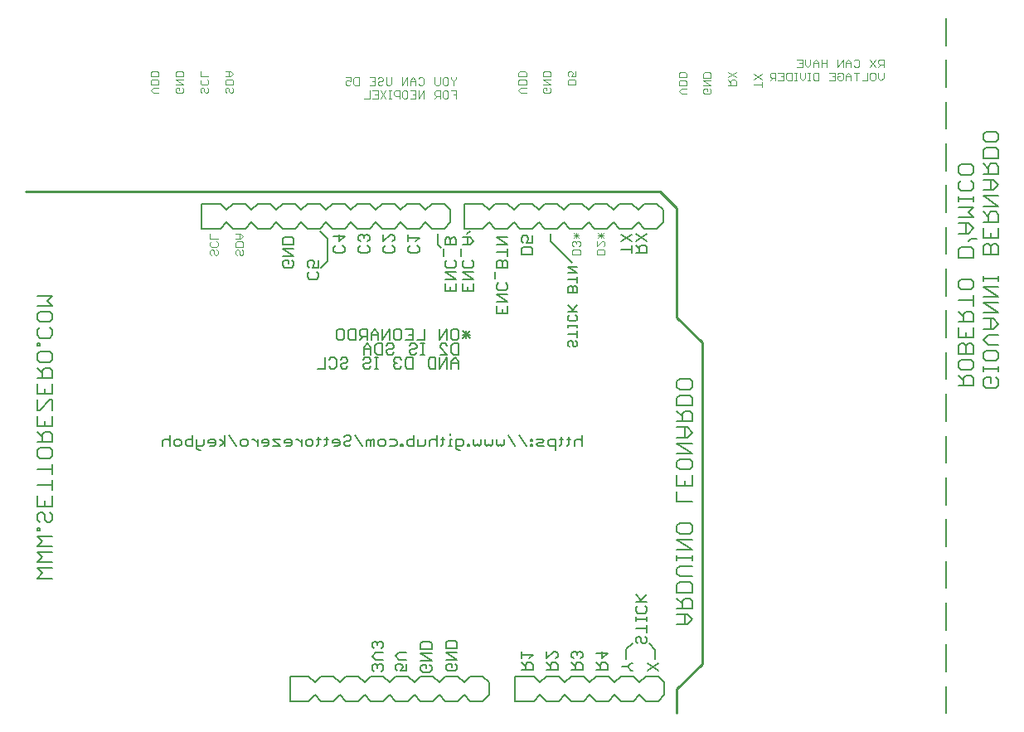
<source format=gbr>
G04 EAGLE Gerber RS-274X export*
G75*
%MOMM*%
%FSLAX34Y34*%
%LPD*%
%INSilkscreen Bottom*%
%IPPOS*%
%AMOC8*
5,1,8,0,0,1.08239X$1,22.5*%
G01*
%ADD10C,0.254000*%
%ADD11C,0.203200*%
%ADD12C,0.152400*%
%ADD13C,0.127000*%
%ADD14C,0.101600*%


D10*
X647750Y533146D02*
X0Y533146D01*
X647750Y533146D02*
X665022Y516022D01*
X665022Y404567D01*
X691054Y379167D01*
X691054Y50235D01*
X665022Y24689D01*
X665022Y0D01*
D11*
X27522Y137848D02*
X11760Y137848D01*
X17014Y143102D01*
X11760Y148356D01*
X27522Y148356D01*
X27522Y154220D02*
X11760Y154220D01*
X17014Y159473D01*
X11760Y164727D01*
X27522Y164727D01*
X27522Y170591D02*
X11760Y170591D01*
X17014Y175845D01*
X11760Y181099D01*
X27522Y181099D01*
X14387Y186963D02*
X11760Y186963D01*
X14387Y186963D02*
X14387Y189590D01*
X11760Y189590D01*
X11760Y186963D01*
X27522Y203029D02*
X24895Y205656D01*
X27522Y203029D02*
X27522Y197775D01*
X24895Y195148D01*
X22268Y195148D01*
X19641Y197775D01*
X19641Y203029D01*
X17014Y205656D01*
X14387Y205656D01*
X11760Y203029D01*
X11760Y197775D01*
X14387Y195148D01*
X27522Y211520D02*
X27522Y222028D01*
X27522Y211520D02*
X11760Y211520D01*
X11760Y222028D01*
X19641Y216774D02*
X19641Y211520D01*
X11760Y233145D02*
X27522Y233145D01*
X27522Y227892D02*
X27522Y238399D01*
X27522Y249517D02*
X11760Y249517D01*
X27522Y244263D02*
X27522Y254771D01*
X27522Y263262D02*
X27522Y268515D01*
X27522Y263262D02*
X24895Y260635D01*
X14387Y260635D01*
X11760Y263262D01*
X11760Y268515D01*
X14387Y271142D01*
X24895Y271142D01*
X27522Y268515D01*
X27522Y277006D02*
X11760Y277006D01*
X27522Y277006D02*
X27522Y284887D01*
X24895Y287514D01*
X19641Y287514D01*
X17014Y284887D01*
X17014Y277006D01*
X17014Y282260D02*
X11760Y287514D01*
X27522Y293378D02*
X27522Y303885D01*
X27522Y293378D02*
X11760Y293378D01*
X11760Y303885D01*
X19641Y298632D02*
X19641Y293378D01*
X27522Y309749D02*
X27522Y320257D01*
X24895Y320257D01*
X14387Y309749D01*
X11760Y309749D01*
X11760Y320257D01*
X27522Y326121D02*
X27522Y336629D01*
X27522Y326121D02*
X11760Y326121D01*
X11760Y336629D01*
X19641Y331375D02*
X19641Y326121D01*
X11760Y342492D02*
X27522Y342492D01*
X27522Y350373D01*
X24895Y353000D01*
X19641Y353000D01*
X17014Y350373D01*
X17014Y342492D01*
X17014Y347746D02*
X11760Y353000D01*
X27522Y361491D02*
X27522Y366745D01*
X27522Y361491D02*
X24895Y358864D01*
X14387Y358864D01*
X11760Y361491D01*
X11760Y366745D01*
X14387Y369372D01*
X24895Y369372D01*
X27522Y366745D01*
X14387Y375236D02*
X11760Y375236D01*
X14387Y375236D02*
X14387Y377863D01*
X11760Y377863D01*
X11760Y375236D01*
X27522Y391302D02*
X24895Y393929D01*
X27522Y391302D02*
X27522Y386048D01*
X24895Y383421D01*
X14387Y383421D01*
X11760Y386048D01*
X11760Y391302D01*
X14387Y393929D01*
X27522Y402420D02*
X27522Y407674D01*
X27522Y402420D02*
X24895Y399793D01*
X14387Y399793D01*
X11760Y402420D01*
X11760Y407674D01*
X14387Y410301D01*
X24895Y410301D01*
X27522Y407674D01*
X27522Y416165D02*
X11760Y416165D01*
X22268Y421418D02*
X27522Y416165D01*
X22268Y421418D02*
X27522Y426672D01*
X11760Y426672D01*
X665124Y90679D02*
X675632Y90679D01*
X680886Y95933D01*
X675632Y101187D01*
X665124Y101187D01*
X673005Y101187D02*
X673005Y90679D01*
X665124Y107050D02*
X680886Y107050D01*
X680886Y114931D01*
X678259Y117558D01*
X673005Y117558D01*
X670378Y114931D01*
X670378Y107050D01*
X670378Y112304D02*
X665124Y117558D01*
X665124Y123422D02*
X680886Y123422D01*
X665124Y123422D02*
X665124Y131303D01*
X667751Y133930D01*
X678259Y133930D01*
X680886Y131303D01*
X680886Y123422D01*
X680886Y139794D02*
X667751Y139794D01*
X665124Y142421D01*
X665124Y147674D01*
X667751Y150301D01*
X680886Y150301D01*
X665124Y156165D02*
X665124Y161419D01*
X665124Y158792D02*
X680886Y158792D01*
X680886Y156165D02*
X680886Y161419D01*
X680886Y167080D02*
X665124Y167080D01*
X665124Y177587D02*
X680886Y167080D01*
X680886Y177587D02*
X665124Y177587D01*
X680886Y186078D02*
X680886Y191332D01*
X680886Y186078D02*
X678259Y183451D01*
X667751Y183451D01*
X665124Y186078D01*
X665124Y191332D01*
X667751Y193959D01*
X678259Y193959D01*
X680886Y191332D01*
X680886Y216194D02*
X665124Y216194D01*
X665124Y226702D01*
X680886Y232566D02*
X680886Y243073D01*
X680886Y232566D02*
X665124Y232566D01*
X665124Y243073D01*
X673005Y237820D02*
X673005Y232566D01*
X680886Y251564D02*
X680886Y256818D01*
X680886Y251564D02*
X678259Y248937D01*
X667751Y248937D01*
X665124Y251564D01*
X665124Y256818D01*
X667751Y259445D01*
X678259Y259445D01*
X680886Y256818D01*
X680886Y265309D02*
X665124Y265309D01*
X665124Y275817D02*
X680886Y265309D01*
X680886Y275817D02*
X665124Y275817D01*
X665124Y281680D02*
X675632Y281680D01*
X680886Y286934D01*
X675632Y292188D01*
X665124Y292188D01*
X673005Y292188D02*
X673005Y281680D01*
X665124Y298052D02*
X680886Y298052D01*
X680886Y305933D01*
X678259Y308560D01*
X673005Y308560D01*
X670378Y305933D01*
X670378Y298052D01*
X670378Y303306D02*
X665124Y308560D01*
X665124Y314424D02*
X680886Y314424D01*
X665124Y314424D02*
X665124Y322304D01*
X667751Y324931D01*
X678259Y324931D01*
X680886Y322304D01*
X680886Y314424D01*
X680886Y333422D02*
X680886Y338676D01*
X680886Y333422D02*
X678259Y330795D01*
X667751Y330795D01*
X665124Y333422D01*
X665124Y338676D01*
X667751Y341303D01*
X678259Y341303D01*
X680886Y338676D01*
D12*
X517916Y44176D02*
X506730Y44176D01*
X517916Y44176D02*
X517916Y49769D01*
X516051Y51633D01*
X512323Y51633D01*
X510459Y49769D01*
X510459Y44176D01*
X510459Y47905D02*
X506730Y51633D01*
X514187Y55870D02*
X517916Y59599D01*
X506730Y59599D01*
X506730Y63327D02*
X506730Y55870D01*
X532130Y44176D02*
X543316Y44176D01*
X543316Y49769D01*
X541451Y51633D01*
X537723Y51633D01*
X535859Y49769D01*
X535859Y44176D01*
X535859Y47905D02*
X532130Y51633D01*
X532130Y55870D02*
X532130Y63327D01*
X532130Y55870D02*
X539587Y63327D01*
X541451Y63327D01*
X543316Y61463D01*
X543316Y57734D01*
X541451Y55870D01*
X557530Y44176D02*
X568716Y44176D01*
X568716Y49769D01*
X566851Y51633D01*
X563123Y51633D01*
X561259Y49769D01*
X561259Y44176D01*
X561259Y47905D02*
X557530Y51633D01*
X566851Y55870D02*
X568716Y57734D01*
X568716Y61463D01*
X566851Y63327D01*
X564987Y63327D01*
X563123Y61463D01*
X563123Y59599D01*
X563123Y61463D02*
X561259Y63327D01*
X559394Y63327D01*
X557530Y61463D01*
X557530Y57734D01*
X559394Y55870D01*
X582930Y44176D02*
X594116Y44176D01*
X594116Y49769D01*
X592251Y51633D01*
X588523Y51633D01*
X586659Y49769D01*
X586659Y44176D01*
X586659Y47905D02*
X582930Y51633D01*
X582930Y61463D02*
X594116Y61463D01*
X588523Y55870D01*
X588523Y63327D01*
X401838Y475727D02*
X399973Y477591D01*
X401838Y475727D02*
X401838Y471998D01*
X399973Y470134D01*
X392516Y470134D01*
X390652Y471998D01*
X390652Y475727D01*
X392516Y477591D01*
X398109Y481828D02*
X401838Y485557D01*
X390652Y485557D01*
X390652Y489285D02*
X390652Y481828D01*
X376438Y475727D02*
X374573Y477591D01*
X376438Y475727D02*
X376438Y471998D01*
X374573Y470134D01*
X367116Y470134D01*
X365252Y471998D01*
X365252Y475727D01*
X367116Y477591D01*
X365252Y481828D02*
X365252Y489285D01*
X365252Y481828D02*
X372709Y489285D01*
X374573Y489285D01*
X376438Y487421D01*
X376438Y483692D01*
X374573Y481828D01*
X351038Y475727D02*
X349173Y477591D01*
X351038Y475727D02*
X351038Y471998D01*
X349173Y470134D01*
X341716Y470134D01*
X339852Y471998D01*
X339852Y475727D01*
X341716Y477591D01*
X349173Y481828D02*
X351038Y483692D01*
X351038Y487421D01*
X349173Y489285D01*
X347309Y489285D01*
X345445Y487421D01*
X345445Y485557D01*
X345445Y487421D02*
X343581Y489285D01*
X341716Y489285D01*
X339852Y487421D01*
X339852Y483692D01*
X341716Y481828D01*
X325638Y475727D02*
X323773Y477591D01*
X325638Y475727D02*
X325638Y471998D01*
X323773Y470134D01*
X316316Y470134D01*
X314452Y471998D01*
X314452Y475727D01*
X316316Y477591D01*
X314452Y487421D02*
X325638Y487421D01*
X320045Y481828D01*
X320045Y489285D01*
X296849Y450921D02*
X298714Y449057D01*
X298714Y445328D01*
X296849Y443464D01*
X289392Y443464D01*
X287528Y445328D01*
X287528Y449057D01*
X289392Y450921D01*
X298714Y455158D02*
X298714Y462615D01*
X298714Y455158D02*
X293121Y455158D01*
X294985Y458887D01*
X294985Y460751D01*
X293121Y462615D01*
X289392Y462615D01*
X287528Y460751D01*
X287528Y457022D01*
X289392Y455158D01*
D11*
X990857Y343028D02*
X993484Y340401D01*
X993484Y335147D01*
X990857Y332520D01*
X980349Y332520D01*
X977722Y335147D01*
X977722Y340401D01*
X980349Y343028D01*
X985603Y343028D01*
X985603Y337774D01*
X977722Y348892D02*
X977722Y354145D01*
X977722Y351518D02*
X993484Y351518D01*
X993484Y348892D02*
X993484Y354145D01*
X993484Y362433D02*
X993484Y367687D01*
X993484Y362433D02*
X990857Y359806D01*
X980349Y359806D01*
X977722Y362433D01*
X977722Y367687D01*
X980349Y370314D01*
X990857Y370314D01*
X993484Y367687D01*
X993484Y376177D02*
X982976Y376177D01*
X977722Y381431D01*
X982976Y386685D01*
X993484Y386685D01*
X988230Y392549D02*
X977722Y392549D01*
X988230Y392549D02*
X993484Y397803D01*
X988230Y403057D01*
X977722Y403057D01*
X985603Y403057D02*
X985603Y392549D01*
X977722Y408921D02*
X993484Y408921D01*
X977722Y419428D01*
X993484Y419428D01*
X993484Y425292D02*
X977722Y425292D01*
X977722Y435800D02*
X993484Y425292D01*
X993484Y435800D02*
X977722Y435800D01*
X977722Y441664D02*
X977722Y446918D01*
X977722Y444291D02*
X993484Y444291D01*
X993484Y441664D02*
X993484Y446918D01*
X993484Y468950D02*
X977722Y468950D01*
X993484Y468950D02*
X993484Y476830D01*
X990857Y479457D01*
X988230Y479457D01*
X985603Y476830D01*
X982976Y479457D01*
X980349Y479457D01*
X977722Y476830D01*
X977722Y468950D01*
X985603Y468950D02*
X985603Y476830D01*
X993484Y485321D02*
X993484Y495829D01*
X993484Y485321D02*
X977722Y485321D01*
X977722Y495829D01*
X985603Y490575D02*
X985603Y485321D01*
X977722Y501693D02*
X993484Y501693D01*
X993484Y509573D01*
X990857Y512200D01*
X985603Y512200D01*
X982976Y509573D01*
X982976Y501693D01*
X982976Y506947D02*
X977722Y512200D01*
X977722Y518064D02*
X993484Y518064D01*
X977722Y528572D01*
X993484Y528572D01*
X988230Y534436D02*
X977722Y534436D01*
X988230Y534436D02*
X993484Y539690D01*
X988230Y544944D01*
X977722Y544944D01*
X985603Y544944D02*
X985603Y534436D01*
X977722Y550807D02*
X993484Y550807D01*
X993484Y558688D01*
X990857Y561315D01*
X985603Y561315D01*
X982976Y558688D01*
X982976Y550807D01*
X982976Y556061D02*
X977722Y561315D01*
X977722Y567179D02*
X993484Y567179D01*
X977722Y567179D02*
X977722Y575060D01*
X980349Y577687D01*
X990857Y577687D01*
X993484Y575060D01*
X993484Y567179D01*
X993484Y586177D02*
X993484Y591431D01*
X993484Y586177D02*
X990857Y583551D01*
X980349Y583551D01*
X977722Y586177D01*
X977722Y591431D01*
X980349Y594058D01*
X990857Y594058D01*
X993484Y591431D01*
X968211Y334591D02*
X952449Y334591D01*
X968211Y334591D02*
X968211Y342471D01*
X965584Y345098D01*
X960330Y345098D01*
X957703Y342471D01*
X957703Y334591D01*
X957703Y339845D02*
X952449Y345098D01*
X968211Y353589D02*
X968211Y358843D01*
X968211Y353589D02*
X965584Y350962D01*
X955076Y350962D01*
X952449Y353589D01*
X952449Y358843D01*
X955076Y361470D01*
X965584Y361470D01*
X968211Y358843D01*
X968211Y367334D02*
X952449Y367334D01*
X968211Y367334D02*
X968211Y375215D01*
X965584Y377841D01*
X962957Y377841D01*
X960330Y375215D01*
X957703Y377841D01*
X955076Y377841D01*
X952449Y375215D01*
X952449Y367334D01*
X960330Y367334D02*
X960330Y375215D01*
X968211Y383705D02*
X968211Y394213D01*
X968211Y383705D02*
X952449Y383705D01*
X952449Y394213D01*
X960330Y388959D02*
X960330Y383705D01*
X952449Y400077D02*
X968211Y400077D01*
X968211Y407958D01*
X965584Y410585D01*
X960330Y410585D01*
X957703Y407958D01*
X957703Y400077D01*
X957703Y405331D02*
X952449Y410585D01*
X952449Y421702D02*
X968211Y421702D01*
X968211Y416449D02*
X968211Y426956D01*
X968211Y435447D02*
X968211Y440701D01*
X968211Y435447D02*
X965584Y432820D01*
X955076Y432820D01*
X952449Y435447D01*
X952449Y440701D01*
X955076Y443328D01*
X965584Y443328D01*
X968211Y440701D01*
X968211Y465563D02*
X952449Y465563D01*
X952449Y473444D01*
X955076Y476071D01*
X965584Y476071D01*
X968211Y473444D01*
X968211Y465563D01*
X970838Y484562D02*
X965584Y484562D01*
X962957Y481935D01*
X962957Y490121D02*
X952449Y490121D01*
X962957Y490121D02*
X968211Y495374D01*
X962957Y500628D01*
X952449Y500628D01*
X960330Y500628D02*
X960330Y490121D01*
X952449Y506492D02*
X968211Y506492D01*
X962957Y511746D01*
X968211Y517000D01*
X952449Y517000D01*
X952449Y522864D02*
X952449Y528118D01*
X952449Y525491D02*
X968211Y525491D01*
X968211Y522864D02*
X968211Y528118D01*
X968211Y541659D02*
X965584Y544286D01*
X968211Y541659D02*
X968211Y536405D01*
X965584Y533778D01*
X955076Y533778D01*
X952449Y536405D01*
X952449Y541659D01*
X955076Y544286D01*
X968211Y552777D02*
X968211Y558030D01*
X968211Y552777D02*
X965584Y550150D01*
X955076Y550150D01*
X952449Y552777D01*
X952449Y558030D01*
X955076Y560657D01*
X965584Y560657D01*
X968211Y558030D01*
X940000Y682353D02*
X940000Y710000D01*
X940000Y667353D02*
X940000Y639706D01*
X940000Y624706D02*
X940000Y597059D01*
X940000Y582059D02*
X940000Y554412D01*
X940000Y539412D02*
X940000Y511765D01*
X940000Y496765D02*
X940000Y469118D01*
X940000Y454118D02*
X940000Y426471D01*
X940000Y411471D02*
X940000Y383824D01*
X940000Y368824D02*
X940000Y341176D01*
X940000Y326176D02*
X940000Y298529D01*
X940000Y283529D02*
X940000Y255882D01*
X940000Y240882D02*
X940000Y213235D01*
X940000Y198235D02*
X940000Y170588D01*
X940000Y155588D02*
X940000Y127941D01*
X940000Y112941D02*
X940000Y85294D01*
X940000Y70294D02*
X940000Y42647D01*
X940000Y27647D02*
X940000Y0D01*
D12*
X492262Y408616D02*
X492262Y416073D01*
X492262Y408616D02*
X481076Y408616D01*
X481076Y416073D01*
X486669Y412345D02*
X486669Y408616D01*
X481076Y420310D02*
X492262Y420310D01*
X481076Y427767D01*
X492262Y427767D01*
X492262Y437597D02*
X490397Y439461D01*
X492262Y437597D02*
X492262Y433868D01*
X490397Y432004D01*
X482940Y432004D01*
X481076Y433868D01*
X481076Y437597D01*
X482940Y439461D01*
X479212Y443698D02*
X479212Y451155D01*
X481076Y455392D02*
X492262Y455392D01*
X492262Y460985D01*
X490397Y462849D01*
X488533Y462849D01*
X486669Y460985D01*
X484805Y462849D01*
X482940Y462849D01*
X481076Y460985D01*
X481076Y455392D01*
X486669Y455392D02*
X486669Y460985D01*
X481076Y470814D02*
X492262Y470814D01*
X492262Y467086D02*
X492262Y474543D01*
X492262Y478780D02*
X481076Y478780D01*
X481076Y486237D02*
X492262Y478780D01*
X492262Y486237D02*
X481076Y486237D01*
X505968Y468610D02*
X517154Y468610D01*
X505968Y468610D02*
X505968Y474203D01*
X507832Y476067D01*
X515289Y476067D01*
X517154Y474203D01*
X517154Y468610D01*
X517154Y480304D02*
X517154Y487761D01*
X517154Y480304D02*
X511561Y480304D01*
X513425Y484033D01*
X513425Y485897D01*
X511561Y487761D01*
X507832Y487761D01*
X505968Y485897D01*
X505968Y482168D01*
X507832Y480304D01*
D13*
X561685Y380540D02*
X563253Y378972D01*
X563253Y375837D01*
X561685Y374269D01*
X560118Y374269D01*
X558550Y375837D01*
X558550Y378972D01*
X556982Y380540D01*
X555415Y380540D01*
X553847Y378972D01*
X553847Y375837D01*
X555415Y374269D01*
X553847Y387227D02*
X563253Y387227D01*
X563253Y384092D02*
X563253Y390363D01*
X553847Y393915D02*
X553847Y397050D01*
X553847Y395483D02*
X563253Y395483D01*
X563253Y397050D02*
X563253Y393915D01*
X563253Y405167D02*
X561685Y406734D01*
X563253Y405167D02*
X563253Y402031D01*
X561685Y400464D01*
X555415Y400464D01*
X553847Y402031D01*
X553847Y405167D01*
X555415Y406734D01*
X553847Y410286D02*
X563253Y410286D01*
X556982Y410286D02*
X563253Y416557D01*
X558550Y411854D02*
X553847Y416557D01*
X553847Y429932D02*
X563253Y429932D01*
X563253Y434635D01*
X561685Y436203D01*
X560118Y436203D01*
X558550Y434635D01*
X556982Y436203D01*
X555415Y436203D01*
X553847Y434635D01*
X553847Y429932D01*
X558550Y429932D02*
X558550Y434635D01*
X553847Y442891D02*
X563253Y442891D01*
X563253Y446026D02*
X563253Y439755D01*
X563253Y449578D02*
X553847Y449578D01*
X553847Y455849D02*
X563253Y449578D01*
X563253Y455849D02*
X553847Y455849D01*
D12*
X457210Y439207D02*
X457210Y431750D01*
X446024Y431750D01*
X446024Y439207D01*
X451617Y435479D02*
X451617Y431750D01*
X446024Y443444D02*
X457210Y443444D01*
X446024Y450901D01*
X457210Y450901D01*
X457210Y460731D02*
X455345Y462595D01*
X457210Y460731D02*
X457210Y457002D01*
X455345Y455138D01*
X447888Y455138D01*
X446024Y457002D01*
X446024Y460731D01*
X447888Y462595D01*
X444160Y466832D02*
X444160Y474289D01*
X446024Y478526D02*
X453481Y478526D01*
X457210Y482254D01*
X453481Y485983D01*
X446024Y485983D01*
X451617Y485983D02*
X451617Y478526D01*
X439430Y439207D02*
X439430Y431750D01*
X428244Y431750D01*
X428244Y439207D01*
X433837Y435479D02*
X433837Y431750D01*
X428244Y443444D02*
X439430Y443444D01*
X428244Y450901D01*
X439430Y450901D01*
X439430Y460731D02*
X437565Y462595D01*
X439430Y460731D02*
X439430Y457002D01*
X437565Y455138D01*
X430108Y455138D01*
X428244Y457002D01*
X428244Y460731D01*
X430108Y462595D01*
X426380Y466832D02*
X426380Y474289D01*
X428244Y478526D02*
X439430Y478526D01*
X439430Y484119D01*
X437565Y485983D01*
X435701Y485983D01*
X433837Y484119D01*
X431973Y485983D01*
X430108Y485983D01*
X428244Y484119D01*
X428244Y478526D01*
X433837Y478526D02*
X433837Y484119D01*
X582930Y44176D02*
X594116Y44176D01*
X594116Y49769D01*
X592251Y51633D01*
X588523Y51633D01*
X586659Y49769D01*
X586659Y44176D01*
X586659Y47905D02*
X582930Y51633D01*
X582930Y61463D02*
X594116Y61463D01*
X588523Y55870D01*
X588523Y63327D01*
X618159Y43932D02*
X620024Y43932D01*
X618159Y43932D02*
X614431Y47661D01*
X618159Y51389D01*
X620024Y51389D01*
X614431Y47661D02*
X608838Y47661D01*
X635000Y50881D02*
X646186Y43424D01*
X646186Y50881D02*
X635000Y43424D01*
X633994Y76751D02*
X632129Y78615D01*
X633994Y76751D02*
X633994Y73022D01*
X632129Y71158D01*
X630265Y71158D01*
X628401Y73022D01*
X628401Y76751D01*
X626537Y78615D01*
X624672Y78615D01*
X622808Y76751D01*
X622808Y73022D01*
X624672Y71158D01*
X622808Y86581D02*
X633994Y86581D01*
X633994Y90309D02*
X633994Y82852D01*
X622808Y94546D02*
X622808Y98274D01*
X622808Y96410D02*
X633994Y96410D01*
X633994Y94546D02*
X633994Y98274D01*
X633994Y107935D02*
X632129Y109799D01*
X633994Y107935D02*
X633994Y104206D01*
X632129Y102342D01*
X624672Y102342D01*
X622808Y104206D01*
X622808Y107935D01*
X624672Y109799D01*
X622808Y114036D02*
X633994Y114036D01*
X626537Y114036D02*
X633994Y121493D01*
X628401Y115900D02*
X622808Y121493D01*
X440446Y48743D02*
X438581Y50607D01*
X440446Y48743D02*
X440446Y45014D01*
X438581Y43150D01*
X431124Y43150D01*
X429260Y45014D01*
X429260Y48743D01*
X431124Y50607D01*
X434853Y50607D01*
X434853Y46879D01*
X429260Y54844D02*
X440446Y54844D01*
X429260Y62301D01*
X440446Y62301D01*
X440446Y66538D02*
X429260Y66538D01*
X429260Y72131D01*
X431124Y73995D01*
X438581Y73995D01*
X440446Y72131D01*
X440446Y66538D01*
X414538Y47727D02*
X412673Y49591D01*
X414538Y47727D02*
X414538Y43998D01*
X412673Y42134D01*
X405216Y42134D01*
X403352Y43998D01*
X403352Y47727D01*
X405216Y49591D01*
X408945Y49591D01*
X408945Y45863D01*
X403352Y53828D02*
X414538Y53828D01*
X403352Y61285D01*
X414538Y61285D01*
X414538Y65522D02*
X403352Y65522D01*
X403352Y71115D01*
X405216Y72979D01*
X412673Y72979D01*
X414538Y71115D01*
X414538Y65522D01*
X388630Y50617D02*
X388630Y43160D01*
X383037Y43160D01*
X384901Y46889D01*
X384901Y48753D01*
X383037Y50617D01*
X379308Y50617D01*
X377444Y48753D01*
X377444Y45024D01*
X379308Y43160D01*
X381173Y54854D02*
X388630Y54854D01*
X381173Y54854D02*
X377444Y58583D01*
X381173Y62311D01*
X388630Y62311D01*
X364754Y44506D02*
X362889Y42642D01*
X364754Y44506D02*
X364754Y48235D01*
X362889Y50099D01*
X361025Y50099D01*
X359161Y48235D01*
X359161Y46371D01*
X359161Y48235D02*
X357297Y50099D01*
X355432Y50099D01*
X353568Y48235D01*
X353568Y44506D01*
X355432Y42642D01*
X357297Y54336D02*
X364754Y54336D01*
X357297Y54336D02*
X353568Y58065D01*
X357297Y61793D01*
X364754Y61793D01*
X362889Y66030D02*
X364754Y67894D01*
X364754Y71623D01*
X362889Y73487D01*
X361025Y73487D01*
X359161Y71623D01*
X359161Y69758D01*
X359161Y71623D02*
X357297Y73487D01*
X355432Y73487D01*
X353568Y71623D01*
X353568Y67894D01*
X355432Y66030D01*
X273822Y460985D02*
X271957Y462849D01*
X273822Y460985D02*
X273822Y457256D01*
X271957Y455392D01*
X264500Y455392D01*
X262636Y457256D01*
X262636Y460985D01*
X264500Y462849D01*
X268229Y462849D01*
X268229Y459121D01*
X262636Y467086D02*
X273822Y467086D01*
X262636Y474543D01*
X273822Y474543D01*
X273822Y478780D02*
X262636Y478780D01*
X262636Y484373D01*
X264500Y486237D01*
X271957Y486237D01*
X273822Y484373D01*
X273822Y478780D01*
D14*
X222257Y472148D02*
X220925Y473480D01*
X222257Y472148D02*
X222257Y469485D01*
X220925Y468153D01*
X219593Y468153D01*
X218261Y469485D01*
X218261Y472148D01*
X216930Y473480D01*
X215598Y473480D01*
X214266Y472148D01*
X214266Y469485D01*
X215598Y468153D01*
X214266Y476440D02*
X222257Y476440D01*
X214266Y476440D02*
X214266Y480435D01*
X215598Y481767D01*
X220925Y481767D01*
X222257Y480435D01*
X222257Y476440D01*
X219593Y484727D02*
X214266Y484727D01*
X219593Y484727D02*
X222257Y487391D01*
X219593Y490054D01*
X214266Y490054D01*
X218261Y490054D02*
X218261Y484727D01*
X196349Y472148D02*
X195017Y473480D01*
X196349Y472148D02*
X196349Y469485D01*
X195017Y468153D01*
X193685Y468153D01*
X192353Y469485D01*
X192353Y472148D01*
X191022Y473480D01*
X189690Y473480D01*
X188358Y472148D01*
X188358Y469485D01*
X189690Y468153D01*
X196349Y480435D02*
X195017Y481767D01*
X196349Y480435D02*
X196349Y477772D01*
X195017Y476440D01*
X189690Y476440D01*
X188358Y477772D01*
X188358Y480435D01*
X189690Y481767D01*
X188358Y484727D02*
X196349Y484727D01*
X188358Y484727D02*
X188358Y490054D01*
D11*
X300228Y492252D02*
X308102Y484378D01*
X308102Y461518D01*
X301752Y455168D01*
X420878Y479044D02*
X420878Y489458D01*
X420878Y479044D02*
X424180Y475742D01*
X450850Y489458D02*
X453644Y492252D01*
D14*
X558182Y468661D02*
X566173Y468661D01*
X558182Y468661D02*
X558182Y472656D01*
X559514Y473988D01*
X564841Y473988D01*
X566173Y472656D01*
X566173Y468661D01*
X564841Y476948D02*
X566173Y478280D01*
X566173Y480943D01*
X564841Y482275D01*
X563509Y482275D01*
X562177Y480943D01*
X562177Y479611D01*
X562177Y480943D02*
X560846Y482275D01*
X559514Y482275D01*
X558182Y480943D01*
X558182Y478280D01*
X559514Y476948D01*
X564841Y485235D02*
X559514Y490562D01*
X559514Y485235D02*
X564841Y490562D01*
X562177Y490562D02*
X562177Y485235D01*
X559514Y487899D02*
X564841Y487899D01*
X583328Y468661D02*
X591319Y468661D01*
X583328Y468661D02*
X583328Y472656D01*
X584660Y473988D01*
X589987Y473988D01*
X591319Y472656D01*
X591319Y468661D01*
X583328Y476948D02*
X583328Y482275D01*
X583328Y476948D02*
X588655Y482275D01*
X589987Y482275D01*
X591319Y480943D01*
X591319Y478280D01*
X589987Y476948D01*
X589987Y485235D02*
X584660Y490562D01*
X584660Y485235D02*
X589987Y490562D01*
X587323Y490562D02*
X587323Y485235D01*
X584660Y487899D02*
X589987Y487899D01*
D12*
X453764Y390321D02*
X446307Y382864D01*
X453764Y382864D02*
X446307Y390321D01*
X446307Y386593D02*
X453764Y386593D01*
X450035Y390321D02*
X450035Y382864D01*
X440206Y392186D02*
X436477Y392186D01*
X440206Y392186D02*
X442070Y390321D01*
X442070Y382864D01*
X440206Y381000D01*
X436477Y381000D01*
X434613Y382864D01*
X434613Y390321D01*
X436477Y392186D01*
X430376Y392186D02*
X430376Y381000D01*
X422919Y381000D02*
X430376Y392186D01*
X422919Y392186D02*
X422919Y381000D01*
X406988Y381000D02*
X406988Y392186D01*
X406988Y381000D02*
X399531Y381000D01*
X395294Y392186D02*
X387837Y392186D01*
X395294Y392186D02*
X395294Y381000D01*
X387837Y381000D01*
X391566Y386593D02*
X395294Y386593D01*
X381736Y392186D02*
X378007Y392186D01*
X381736Y392186D02*
X383600Y390321D01*
X383600Y382864D01*
X381736Y381000D01*
X378007Y381000D01*
X376143Y382864D01*
X376143Y390321D01*
X378007Y392186D01*
X371906Y392186D02*
X371906Y381000D01*
X364449Y381000D02*
X371906Y392186D01*
X364449Y392186D02*
X364449Y381000D01*
X360212Y381000D02*
X360212Y388457D01*
X356484Y392186D01*
X352755Y388457D01*
X352755Y381000D01*
X352755Y386593D02*
X360212Y386593D01*
X348518Y381000D02*
X348518Y392186D01*
X342925Y392186D01*
X341061Y390321D01*
X341061Y386593D01*
X342925Y384729D01*
X348518Y384729D01*
X344790Y384729D02*
X341061Y381000D01*
X336824Y381000D02*
X336824Y392186D01*
X336824Y381000D02*
X331232Y381000D01*
X329367Y382864D01*
X329367Y390321D01*
X331232Y392186D01*
X336824Y392186D01*
X323266Y392186D02*
X319538Y392186D01*
X323266Y392186D02*
X325130Y390321D01*
X325130Y382864D01*
X323266Y381000D01*
X319538Y381000D01*
X317673Y382864D01*
X317673Y390321D01*
X319538Y392186D01*
X442216Y377708D02*
X442216Y366522D01*
X436623Y366522D01*
X434759Y368386D01*
X434759Y375843D01*
X436623Y377708D01*
X442216Y377708D01*
X430522Y366522D02*
X423065Y366522D01*
X430522Y366522D02*
X423065Y373979D01*
X423065Y375843D01*
X424929Y377708D01*
X428658Y377708D01*
X430522Y375843D01*
X407134Y366522D02*
X403406Y366522D01*
X405270Y366522D02*
X405270Y377708D01*
X407134Y377708D02*
X403406Y377708D01*
X393745Y377708D02*
X391881Y375843D01*
X393745Y377708D02*
X397474Y377708D01*
X399338Y375843D01*
X399338Y373979D01*
X397474Y372115D01*
X393745Y372115D01*
X391881Y370251D01*
X391881Y368386D01*
X393745Y366522D01*
X397474Y366522D01*
X399338Y368386D01*
X370357Y377708D02*
X368493Y375843D01*
X370357Y377708D02*
X374086Y377708D01*
X375950Y375843D01*
X375950Y373979D01*
X374086Y372115D01*
X370357Y372115D01*
X368493Y370251D01*
X368493Y368386D01*
X370357Y366522D01*
X374086Y366522D01*
X375950Y368386D01*
X364256Y366522D02*
X364256Y377708D01*
X364256Y366522D02*
X358663Y366522D01*
X356799Y368386D01*
X356799Y375843D01*
X358663Y377708D01*
X364256Y377708D01*
X352562Y373979D02*
X352562Y366522D01*
X352562Y373979D02*
X348834Y377708D01*
X345105Y373979D01*
X345105Y366522D01*
X345105Y372115D02*
X352562Y372115D01*
X442002Y359501D02*
X442002Y352044D01*
X442002Y359501D02*
X438273Y363230D01*
X434545Y359501D01*
X434545Y352044D01*
X434545Y357637D02*
X442002Y357637D01*
X430308Y352044D02*
X430308Y363230D01*
X422851Y352044D01*
X422851Y363230D01*
X418614Y363230D02*
X418614Y352044D01*
X413021Y352044D01*
X411157Y353908D01*
X411157Y361365D01*
X413021Y363230D01*
X418614Y363230D01*
X395226Y363230D02*
X395226Y352044D01*
X389633Y352044D01*
X387769Y353908D01*
X387769Y361365D01*
X389633Y363230D01*
X395226Y363230D01*
X383532Y361365D02*
X381668Y363230D01*
X377939Y363230D01*
X376075Y361365D01*
X376075Y359501D01*
X377939Y357637D01*
X379804Y357637D01*
X377939Y357637D02*
X376075Y355773D01*
X376075Y353908D01*
X377939Y352044D01*
X381668Y352044D01*
X383532Y353908D01*
X360144Y352044D02*
X356416Y352044D01*
X358280Y352044D02*
X358280Y363230D01*
X360144Y363230D02*
X356416Y363230D01*
X346755Y363230D02*
X344891Y361365D01*
X346755Y363230D02*
X350484Y363230D01*
X352348Y361365D01*
X352348Y359501D01*
X350484Y357637D01*
X346755Y357637D01*
X344891Y355773D01*
X344891Y353908D01*
X346755Y352044D01*
X350484Y352044D01*
X352348Y353908D01*
X323367Y363230D02*
X321503Y361365D01*
X323367Y363230D02*
X327096Y363230D01*
X328960Y361365D01*
X328960Y359501D01*
X327096Y357637D01*
X323367Y357637D01*
X321503Y355773D01*
X321503Y353908D01*
X323367Y352044D01*
X327096Y352044D01*
X328960Y353908D01*
X311674Y363230D02*
X309809Y361365D01*
X311674Y363230D02*
X315402Y363230D01*
X317266Y361365D01*
X317266Y353908D01*
X315402Y352044D01*
X311674Y352044D01*
X309809Y353908D01*
X305572Y352044D02*
X305572Y363230D01*
X305572Y352044D02*
X298115Y352044D01*
D14*
X439615Y648047D02*
X439615Y649379D01*
X439615Y648047D02*
X436952Y645383D01*
X434288Y648047D01*
X434288Y649379D01*
X436952Y645383D02*
X436952Y641388D01*
X429996Y649379D02*
X427333Y649379D01*
X429996Y649379D02*
X431328Y648047D01*
X431328Y642720D01*
X429996Y641388D01*
X427333Y641388D01*
X426001Y642720D01*
X426001Y648047D01*
X427333Y649379D01*
X423041Y649379D02*
X423041Y642720D01*
X421709Y641388D01*
X419046Y641388D01*
X417714Y642720D01*
X417714Y649379D01*
X402472Y649379D02*
X401140Y648047D01*
X402472Y649379D02*
X405135Y649379D01*
X406467Y648047D01*
X406467Y642720D01*
X405135Y641388D01*
X402472Y641388D01*
X401140Y642720D01*
X398180Y641388D02*
X398180Y646715D01*
X395516Y649379D01*
X392853Y646715D01*
X392853Y641388D01*
X392853Y645383D02*
X398180Y645383D01*
X389893Y641388D02*
X389893Y649379D01*
X384566Y641388D01*
X384566Y649379D01*
X373319Y649379D02*
X373319Y642720D01*
X371987Y641388D01*
X369323Y641388D01*
X367991Y642720D01*
X367991Y649379D01*
X361036Y649379D02*
X359704Y648047D01*
X361036Y649379D02*
X363700Y649379D01*
X365032Y648047D01*
X365032Y646715D01*
X363700Y645383D01*
X361036Y645383D01*
X359704Y644052D01*
X359704Y642720D01*
X361036Y641388D01*
X363700Y641388D01*
X365032Y642720D01*
X356745Y649379D02*
X351417Y649379D01*
X356745Y649379D02*
X356745Y641388D01*
X351417Y641388D01*
X354081Y645383D02*
X356745Y645383D01*
X340170Y649379D02*
X340170Y641388D01*
X336175Y641388D01*
X334843Y642720D01*
X334843Y648047D01*
X336175Y649379D01*
X340170Y649379D01*
X331883Y649379D02*
X326556Y649379D01*
X331883Y649379D02*
X331883Y645383D01*
X329220Y646715D01*
X327888Y646715D01*
X326556Y645383D01*
X326556Y642720D01*
X327888Y641388D01*
X330552Y641388D01*
X331883Y642720D01*
X439615Y635879D02*
X439615Y627888D01*
X439615Y635879D02*
X434288Y635879D01*
X436952Y631883D02*
X439615Y631883D01*
X429996Y635879D02*
X427333Y635879D01*
X429996Y635879D02*
X431328Y634547D01*
X431328Y629220D01*
X429996Y627888D01*
X427333Y627888D01*
X426001Y629220D01*
X426001Y634547D01*
X427333Y635879D01*
X423041Y635879D02*
X423041Y627888D01*
X423041Y635879D02*
X419046Y635879D01*
X417714Y634547D01*
X417714Y631883D01*
X419046Y630552D01*
X423041Y630552D01*
X420377Y630552D02*
X417714Y627888D01*
X406467Y627888D02*
X406467Y635879D01*
X401140Y627888D01*
X401140Y635879D01*
X398180Y635879D02*
X392853Y635879D01*
X398180Y635879D02*
X398180Y627888D01*
X392853Y627888D01*
X395516Y631883D02*
X398180Y631883D01*
X388561Y635879D02*
X385897Y635879D01*
X388561Y635879D02*
X389893Y634547D01*
X389893Y629220D01*
X388561Y627888D01*
X385897Y627888D01*
X384566Y629220D01*
X384566Y634547D01*
X385897Y635879D01*
X381606Y635879D02*
X381606Y627888D01*
X381606Y635879D02*
X377610Y635879D01*
X376279Y634547D01*
X376279Y631883D01*
X377610Y630552D01*
X381606Y630552D01*
X373319Y627888D02*
X370655Y627888D01*
X371987Y627888D02*
X371987Y635879D01*
X373319Y635879D02*
X370655Y635879D01*
X367794Y635879D02*
X362467Y627888D01*
X367794Y627888D02*
X362467Y635879D01*
X359507Y635879D02*
X354180Y635879D01*
X359507Y635879D02*
X359507Y627888D01*
X354180Y627888D01*
X356843Y631883D02*
X359507Y631883D01*
X351220Y627888D02*
X351220Y635879D01*
X351220Y627888D02*
X345893Y627888D01*
X211843Y637756D02*
X210511Y639088D01*
X211843Y637756D02*
X211843Y635093D01*
X210511Y633761D01*
X209179Y633761D01*
X207847Y635093D01*
X207847Y637756D01*
X206516Y639088D01*
X205184Y639088D01*
X203852Y637756D01*
X203852Y635093D01*
X205184Y633761D01*
X203852Y642048D02*
X211843Y642048D01*
X203852Y642048D02*
X203852Y646043D01*
X205184Y647375D01*
X210511Y647375D01*
X211843Y646043D01*
X211843Y642048D01*
X209179Y650335D02*
X203852Y650335D01*
X209179Y650335D02*
X211843Y652999D01*
X209179Y655662D01*
X203852Y655662D01*
X207847Y655662D02*
X207847Y650335D01*
X186443Y637756D02*
X185111Y639088D01*
X186443Y637756D02*
X186443Y635093D01*
X185111Y633761D01*
X183779Y633761D01*
X182447Y635093D01*
X182447Y637756D01*
X181116Y639088D01*
X179784Y639088D01*
X178452Y637756D01*
X178452Y635093D01*
X179784Y633761D01*
X186443Y646043D02*
X185111Y647375D01*
X186443Y646043D02*
X186443Y643380D01*
X185111Y642048D01*
X179784Y642048D01*
X178452Y643380D01*
X178452Y646043D01*
X179784Y647375D01*
X178452Y650335D02*
X186443Y650335D01*
X178452Y650335D02*
X178452Y655662D01*
X161043Y637756D02*
X159711Y639088D01*
X161043Y637756D02*
X161043Y635093D01*
X159711Y633761D01*
X154384Y633761D01*
X153052Y635093D01*
X153052Y637756D01*
X154384Y639088D01*
X157047Y639088D01*
X157047Y636424D01*
X153052Y642048D02*
X161043Y642048D01*
X153052Y647375D01*
X161043Y647375D01*
X161043Y650335D02*
X153052Y650335D01*
X153052Y654330D01*
X154384Y655662D01*
X159711Y655662D01*
X161043Y654330D01*
X161043Y650335D01*
X135643Y633761D02*
X130316Y633761D01*
X127652Y636424D01*
X130316Y639088D01*
X135643Y639088D01*
X135643Y642048D02*
X127652Y642048D01*
X127652Y646043D01*
X128984Y647375D01*
X134311Y647375D01*
X135643Y646043D01*
X135643Y642048D01*
X135643Y650335D02*
X127652Y650335D01*
X127652Y654330D01*
X128984Y655662D01*
X134311Y655662D01*
X135643Y654330D01*
X135643Y650335D01*
X553610Y642048D02*
X561601Y642048D01*
X553610Y642048D02*
X553610Y646043D01*
X554942Y647375D01*
X560269Y647375D01*
X561601Y646043D01*
X561601Y642048D01*
X561601Y650335D02*
X561601Y655662D01*
X561601Y650335D02*
X557605Y650335D01*
X558937Y652999D01*
X558937Y654330D01*
X557605Y655662D01*
X554942Y655662D01*
X553610Y654330D01*
X553610Y651667D01*
X554942Y650335D01*
X536201Y637756D02*
X534869Y639088D01*
X536201Y637756D02*
X536201Y635093D01*
X534869Y633761D01*
X529542Y633761D01*
X528210Y635093D01*
X528210Y637756D01*
X529542Y639088D01*
X532205Y639088D01*
X532205Y636424D01*
X528210Y642048D02*
X536201Y642048D01*
X528210Y647375D01*
X536201Y647375D01*
X536201Y650335D02*
X528210Y650335D01*
X528210Y654330D01*
X529542Y655662D01*
X534869Y655662D01*
X536201Y654330D01*
X536201Y650335D01*
X511055Y633761D02*
X505728Y633761D01*
X503064Y636424D01*
X505728Y639088D01*
X511055Y639088D01*
X511055Y642048D02*
X503064Y642048D01*
X503064Y646043D01*
X504396Y647375D01*
X509723Y647375D01*
X511055Y646043D01*
X511055Y642048D01*
X511055Y650335D02*
X503064Y650335D01*
X503064Y654330D01*
X504396Y655662D01*
X509723Y655662D01*
X511055Y654330D01*
X511055Y650335D01*
X743602Y641917D02*
X751593Y641917D01*
X751593Y639254D02*
X751593Y644581D01*
X751593Y647541D02*
X743602Y652868D01*
X743602Y647541D02*
X751593Y652868D01*
X725431Y641540D02*
X717440Y641540D01*
X725431Y641540D02*
X725431Y645535D01*
X724099Y646867D01*
X721435Y646867D01*
X720104Y645535D01*
X720104Y641540D01*
X720104Y644203D02*
X717440Y646867D01*
X717440Y655154D02*
X725431Y649827D01*
X725431Y655154D02*
X717440Y649827D01*
X699777Y636740D02*
X698445Y638072D01*
X699777Y636740D02*
X699777Y634077D01*
X698445Y632745D01*
X693118Y632745D01*
X691786Y634077D01*
X691786Y636740D01*
X693118Y638072D01*
X695781Y638072D01*
X695781Y635408D01*
X691786Y641032D02*
X699777Y641032D01*
X691786Y646359D01*
X699777Y646359D01*
X699777Y649319D02*
X691786Y649319D01*
X691786Y653314D01*
X693118Y654646D01*
X698445Y654646D01*
X699777Y653314D01*
X699777Y649319D01*
X674885Y632999D02*
X669558Y632999D01*
X666894Y635662D01*
X669558Y638326D01*
X674885Y638326D01*
X674885Y641286D02*
X666894Y641286D01*
X666894Y645281D01*
X668226Y646613D01*
X673553Y646613D01*
X674885Y645281D01*
X674885Y641286D01*
X674885Y649573D02*
X666894Y649573D01*
X666894Y653568D01*
X668226Y654900D01*
X673553Y654900D01*
X674885Y653568D01*
X674885Y649573D01*
X875956Y659930D02*
X875956Y667921D01*
X871960Y667921D01*
X870628Y666589D01*
X870628Y663925D01*
X871960Y662594D01*
X875956Y662594D01*
X873292Y662594D02*
X870628Y659930D01*
X862341Y659930D02*
X867668Y667921D01*
X862341Y667921D02*
X867668Y659930D01*
X847099Y667921D02*
X845767Y666589D01*
X847099Y667921D02*
X849763Y667921D01*
X851094Y666589D01*
X851094Y661262D01*
X849763Y659930D01*
X847099Y659930D01*
X845767Y661262D01*
X842807Y659930D02*
X842807Y665257D01*
X840144Y667921D01*
X837480Y665257D01*
X837480Y659930D01*
X837480Y663925D02*
X842807Y663925D01*
X834520Y659930D02*
X834520Y667921D01*
X829193Y659930D01*
X829193Y667921D01*
X817946Y667921D02*
X817946Y659930D01*
X817946Y663925D02*
X812619Y663925D01*
X812619Y659930D02*
X812619Y667921D01*
X809659Y665257D02*
X809659Y659930D01*
X809659Y665257D02*
X806995Y667921D01*
X804332Y665257D01*
X804332Y659930D01*
X804332Y663925D02*
X809659Y663925D01*
X801372Y662594D02*
X801372Y667921D01*
X801372Y662594D02*
X798708Y659930D01*
X796045Y662594D01*
X796045Y667921D01*
X793085Y667921D02*
X787758Y667921D01*
X793085Y667921D02*
X793085Y659930D01*
X787758Y659930D01*
X790421Y663925D02*
X793085Y663925D01*
X875956Y654421D02*
X875956Y649094D01*
X873292Y646430D01*
X870628Y649094D01*
X870628Y654421D01*
X866337Y654421D02*
X863673Y654421D01*
X866337Y654421D02*
X867668Y653089D01*
X867668Y647762D01*
X866337Y646430D01*
X863673Y646430D01*
X862341Y647762D01*
X862341Y653089D01*
X863673Y654421D01*
X859381Y654421D02*
X859381Y646430D01*
X854054Y646430D01*
X848431Y646430D02*
X848431Y654421D01*
X851094Y654421D02*
X845767Y654421D01*
X842807Y651757D02*
X842807Y646430D01*
X842807Y651757D02*
X840144Y654421D01*
X837480Y651757D01*
X837480Y646430D01*
X837480Y650425D02*
X842807Y650425D01*
X830525Y654421D02*
X829193Y653089D01*
X830525Y654421D02*
X833188Y654421D01*
X834520Y653089D01*
X834520Y647762D01*
X833188Y646430D01*
X830525Y646430D01*
X829193Y647762D01*
X829193Y650425D01*
X831857Y650425D01*
X826233Y654421D02*
X820906Y654421D01*
X826233Y654421D02*
X826233Y646430D01*
X820906Y646430D01*
X823570Y650425D02*
X826233Y650425D01*
X809659Y654421D02*
X809659Y646430D01*
X805664Y646430D01*
X804332Y647762D01*
X804332Y653089D01*
X805664Y654421D01*
X809659Y654421D01*
X801372Y646430D02*
X798708Y646430D01*
X800040Y646430D02*
X800040Y654421D01*
X801372Y654421D02*
X798708Y654421D01*
X795847Y654421D02*
X795847Y649094D01*
X793184Y646430D01*
X790520Y649094D01*
X790520Y654421D01*
X787560Y646430D02*
X784897Y646430D01*
X786228Y646430D02*
X786228Y654421D01*
X784897Y654421D02*
X787560Y654421D01*
X782035Y654421D02*
X782035Y646430D01*
X778040Y646430D01*
X776708Y647762D01*
X776708Y653089D01*
X778040Y654421D01*
X782035Y654421D01*
X773748Y654421D02*
X768421Y654421D01*
X773748Y654421D02*
X773748Y646430D01*
X768421Y646430D01*
X771085Y650425D02*
X773748Y650425D01*
X765461Y646430D02*
X765461Y654421D01*
X761466Y654421D01*
X760134Y653089D01*
X760134Y650425D01*
X761466Y649094D01*
X765461Y649094D01*
X762798Y649094D02*
X760134Y646430D01*
D12*
X618754Y473863D02*
X607568Y473863D01*
X618754Y477591D02*
X618754Y470134D01*
X618754Y481828D02*
X607568Y489285D01*
X607568Y481828D02*
X618754Y489285D01*
X622808Y470408D02*
X633994Y470408D01*
X633994Y476001D01*
X632129Y477865D01*
X628401Y477865D01*
X626537Y476001D01*
X626537Y470408D01*
X626537Y474137D02*
X622808Y477865D01*
X622808Y489559D02*
X633994Y482102D01*
X633994Y489559D02*
X622808Y482102D01*
D11*
X536194Y481838D02*
X536194Y489966D01*
X536194Y481838D02*
X558292Y459740D01*
X613410Y65278D02*
X613410Y55372D01*
X613410Y65278D02*
X620014Y71882D01*
X636435Y71638D02*
X643039Y65034D01*
X643098Y64940D02*
X643098Y55034D01*
D12*
X568144Y272641D02*
X568144Y283827D01*
X566279Y280098D02*
X568144Y278234D01*
X566279Y280098D02*
X562551Y280098D01*
X560687Y278234D01*
X560687Y272641D01*
X554585Y274505D02*
X554585Y281962D01*
X554585Y274505D02*
X552721Y272641D01*
X552721Y280098D02*
X556450Y280098D01*
X546789Y281962D02*
X546789Y274505D01*
X544925Y272641D01*
X544925Y280098D02*
X548654Y280098D01*
X540858Y280098D02*
X540858Y268913D01*
X540858Y280098D02*
X535265Y280098D01*
X533401Y278234D01*
X533401Y274505D01*
X535265Y272641D01*
X540858Y272641D01*
X529164Y272641D02*
X523571Y272641D01*
X521707Y274505D01*
X523571Y276370D01*
X527299Y276370D01*
X529164Y278234D01*
X527299Y280098D01*
X521707Y280098D01*
X517470Y280098D02*
X515606Y280098D01*
X515606Y278234D01*
X517470Y278234D01*
X517470Y280098D01*
X517470Y274505D02*
X515606Y274505D01*
X515606Y272641D01*
X517470Y272641D01*
X517470Y274505D01*
X511623Y272641D02*
X504166Y283827D01*
X492472Y283827D02*
X499929Y272641D01*
X488235Y274505D02*
X488235Y280098D01*
X488235Y274505D02*
X486371Y272641D01*
X484506Y274505D01*
X482642Y272641D01*
X480778Y274505D01*
X480778Y280098D01*
X476541Y280098D02*
X476541Y274505D01*
X474677Y272641D01*
X472812Y274505D01*
X470948Y272641D01*
X469084Y274505D01*
X469084Y280098D01*
X464847Y280098D02*
X464847Y274505D01*
X462983Y272641D01*
X461118Y274505D01*
X459254Y272641D01*
X457390Y274505D01*
X457390Y280098D01*
X453153Y274505D02*
X453153Y272641D01*
X453153Y274505D02*
X451289Y274505D01*
X451289Y272641D01*
X453153Y272641D01*
X443577Y268913D02*
X441713Y268913D01*
X439849Y270777D01*
X439849Y280098D01*
X445442Y280098D01*
X447306Y278234D01*
X447306Y274505D01*
X445442Y272641D01*
X439849Y272641D01*
X435612Y280098D02*
X433748Y280098D01*
X433748Y272641D01*
X435612Y272641D02*
X431884Y272641D01*
X433748Y283827D02*
X433748Y285691D01*
X425952Y281962D02*
X425952Y274505D01*
X424088Y272641D01*
X424088Y280098D02*
X427816Y280098D01*
X420020Y283827D02*
X420020Y272641D01*
X420020Y278234D02*
X418156Y280098D01*
X414427Y280098D01*
X412563Y278234D01*
X412563Y272641D01*
X408326Y274505D02*
X408326Y280098D01*
X408326Y274505D02*
X406462Y272641D01*
X400869Y272641D01*
X400869Y280098D01*
X396632Y283827D02*
X396632Y272641D01*
X391039Y272641D01*
X389175Y274505D01*
X389175Y278234D01*
X391039Y280098D01*
X396632Y280098D01*
X384938Y274505D02*
X384938Y272641D01*
X384938Y274505D02*
X383074Y274505D01*
X383074Y272641D01*
X384938Y272641D01*
X377227Y280098D02*
X371634Y280098D01*
X377227Y280098D02*
X379091Y278234D01*
X379091Y274505D01*
X377227Y272641D01*
X371634Y272641D01*
X365533Y272641D02*
X361804Y272641D01*
X359940Y274505D01*
X359940Y278234D01*
X361804Y280098D01*
X365533Y280098D01*
X367397Y278234D01*
X367397Y274505D01*
X365533Y272641D01*
X355703Y272641D02*
X355703Y280098D01*
X353839Y280098D01*
X351975Y278234D01*
X351975Y272641D01*
X351975Y278234D02*
X350111Y280098D01*
X348246Y278234D01*
X348246Y272641D01*
X344009Y272641D02*
X336552Y283827D01*
X326723Y283827D02*
X324858Y281962D01*
X326723Y283827D02*
X330451Y283827D01*
X332315Y281962D01*
X332315Y280098D01*
X330451Y278234D01*
X326723Y278234D01*
X324858Y276370D01*
X324858Y274505D01*
X326723Y272641D01*
X330451Y272641D01*
X332315Y274505D01*
X318757Y272641D02*
X315029Y272641D01*
X318757Y272641D02*
X320621Y274505D01*
X320621Y278234D01*
X318757Y280098D01*
X315029Y280098D01*
X313164Y278234D01*
X313164Y276370D01*
X320621Y276370D01*
X307063Y274505D02*
X307063Y281962D01*
X307063Y274505D02*
X305199Y272641D01*
X305199Y280098D02*
X308927Y280098D01*
X299267Y281962D02*
X299267Y274505D01*
X297403Y272641D01*
X297403Y280098D02*
X301131Y280098D01*
X291471Y272641D02*
X287743Y272641D01*
X285878Y274505D01*
X285878Y278234D01*
X287743Y280098D01*
X291471Y280098D01*
X293335Y278234D01*
X293335Y274505D01*
X291471Y272641D01*
X281641Y272641D02*
X281641Y280098D01*
X281641Y276370D02*
X277913Y280098D01*
X276049Y280098D01*
X270032Y272641D02*
X266304Y272641D01*
X270032Y272641D02*
X271897Y274505D01*
X271897Y278234D01*
X270032Y280098D01*
X266304Y280098D01*
X264439Y278234D01*
X264439Y276370D01*
X271897Y276370D01*
X260203Y280098D02*
X252746Y280098D01*
X260203Y272641D01*
X252746Y272641D01*
X246644Y272641D02*
X242916Y272641D01*
X246644Y272641D02*
X248509Y274505D01*
X248509Y278234D01*
X246644Y280098D01*
X242916Y280098D01*
X241052Y278234D01*
X241052Y276370D01*
X248509Y276370D01*
X236815Y280098D02*
X236815Y272641D01*
X236815Y276370D02*
X233086Y280098D01*
X231222Y280098D01*
X225205Y272641D02*
X221477Y272641D01*
X219613Y274505D01*
X219613Y278234D01*
X221477Y280098D01*
X225205Y280098D01*
X227070Y278234D01*
X227070Y274505D01*
X225205Y272641D01*
X215376Y272641D02*
X207919Y283827D01*
X203682Y283827D02*
X203682Y272641D01*
X203682Y276370D02*
X198089Y272641D01*
X203682Y276370D02*
X198089Y280098D01*
X192072Y272641D02*
X188344Y272641D01*
X192072Y272641D02*
X193937Y274505D01*
X193937Y278234D01*
X192072Y280098D01*
X188344Y280098D01*
X186480Y278234D01*
X186480Y276370D01*
X193937Y276370D01*
X182243Y274505D02*
X182243Y280098D01*
X182243Y274505D02*
X180379Y272641D01*
X174786Y272641D01*
X174786Y270777D02*
X174786Y280098D01*
X174786Y270777D02*
X176650Y268913D01*
X178514Y268913D01*
X170549Y272641D02*
X170549Y283827D01*
X170549Y272641D02*
X164956Y272641D01*
X163092Y274505D01*
X163092Y278234D01*
X164956Y280098D01*
X170549Y280098D01*
X156991Y272641D02*
X153262Y272641D01*
X151398Y274505D01*
X151398Y278234D01*
X153262Y280098D01*
X156991Y280098D01*
X158855Y278234D01*
X158855Y274505D01*
X156991Y272641D01*
X147161Y272641D02*
X147161Y283827D01*
X145297Y280098D02*
X147161Y278234D01*
X145297Y280098D02*
X141568Y280098D01*
X139704Y278234D01*
X139704Y272641D01*
X179781Y495046D02*
X198831Y495046D01*
X205181Y501396D01*
X205181Y514096D02*
X198831Y520446D01*
X205181Y501396D02*
X211531Y495046D01*
X224231Y495046D01*
X230581Y501396D01*
X230581Y514096D02*
X224231Y520446D01*
X211531Y520446D01*
X205181Y514096D01*
X179781Y520446D02*
X179781Y495046D01*
X179781Y520446D02*
X198831Y520446D01*
X230581Y501396D02*
X236931Y495046D01*
X249631Y495046D01*
X255981Y501396D01*
X255981Y514096D02*
X249631Y520446D01*
X236931Y520446D01*
X230581Y514096D01*
X262331Y495046D02*
X275031Y495046D01*
X281381Y501396D01*
X281381Y514096D02*
X275031Y520446D01*
X255981Y501396D02*
X262331Y495046D01*
X255981Y514096D02*
X262331Y520446D01*
X275031Y520446D01*
X287731Y495046D02*
X300431Y495046D01*
X306781Y501396D01*
X306781Y514096D02*
X300431Y520446D01*
X306781Y501396D02*
X313131Y495046D01*
X325831Y495046D01*
X332181Y501396D01*
X332181Y514096D02*
X325831Y520446D01*
X313131Y520446D01*
X306781Y514096D01*
X287731Y495046D02*
X281381Y501396D01*
X281381Y514096D02*
X287731Y520446D01*
X300431Y520446D01*
X332181Y501396D02*
X338531Y495046D01*
X351231Y495046D01*
X357581Y501396D01*
X357581Y514096D02*
X351231Y520446D01*
X338531Y520446D01*
X332181Y514096D01*
X363931Y495046D02*
X376631Y495046D01*
X382981Y501396D01*
X382981Y514096D02*
X376631Y520446D01*
X357581Y501396D02*
X363931Y495046D01*
X357581Y514096D02*
X363931Y520446D01*
X376631Y520446D01*
X389331Y495046D02*
X402031Y495046D01*
X408381Y501396D01*
X408381Y514096D02*
X402031Y520446D01*
X408381Y501396D02*
X414731Y495046D01*
X427431Y495046D01*
X433781Y501396D01*
X433781Y514096D02*
X427431Y520446D01*
X414731Y520446D01*
X408381Y514096D01*
X389331Y495046D02*
X382981Y501396D01*
X382981Y514096D02*
X389331Y520446D01*
X402031Y520446D01*
X433781Y514096D02*
X433781Y501396D01*
X447751Y495046D02*
X466801Y495046D01*
X473151Y501396D01*
X473151Y514096D02*
X466801Y520446D01*
X473151Y501396D02*
X479501Y495046D01*
X492201Y495046D01*
X498551Y501396D01*
X498551Y514096D02*
X492201Y520446D01*
X479501Y520446D01*
X473151Y514096D01*
X447751Y520446D02*
X447751Y495046D01*
X447751Y520446D02*
X466801Y520446D01*
X498551Y501396D02*
X504901Y495046D01*
X517601Y495046D01*
X523951Y501396D01*
X523951Y514096D02*
X517601Y520446D01*
X504901Y520446D01*
X498551Y514096D01*
X530301Y495046D02*
X543001Y495046D01*
X549351Y501396D01*
X549351Y514096D02*
X543001Y520446D01*
X523951Y501396D02*
X530301Y495046D01*
X523951Y514096D02*
X530301Y520446D01*
X543001Y520446D01*
X555701Y495046D02*
X568401Y495046D01*
X574751Y501396D01*
X574751Y514096D02*
X568401Y520446D01*
X574751Y501396D02*
X581101Y495046D01*
X593801Y495046D01*
X600151Y501396D01*
X600151Y514096D02*
X593801Y520446D01*
X581101Y520446D01*
X574751Y514096D01*
X555701Y495046D02*
X549351Y501396D01*
X549351Y514096D02*
X555701Y520446D01*
X568401Y520446D01*
X600151Y501396D02*
X606501Y495046D01*
X619201Y495046D01*
X625551Y501396D01*
X625551Y514096D02*
X619201Y520446D01*
X606501Y520446D01*
X600151Y514096D01*
X631901Y495046D02*
X644601Y495046D01*
X650951Y501396D01*
X650951Y514096D01*
X644601Y520446D01*
X625551Y501396D02*
X631901Y495046D01*
X625551Y514096D02*
X631901Y520446D01*
X644601Y520446D01*
X518871Y12446D02*
X499821Y12446D01*
X518871Y12446D02*
X525221Y18796D01*
X525221Y31496D02*
X518871Y37846D01*
X525221Y18796D02*
X531571Y12446D01*
X544271Y12446D01*
X550621Y18796D01*
X550621Y31496D02*
X544271Y37846D01*
X531571Y37846D01*
X525221Y31496D01*
X499821Y37846D02*
X499821Y12446D01*
X499821Y37846D02*
X518871Y37846D01*
X550621Y18796D02*
X556971Y12446D01*
X569671Y12446D01*
X576021Y18796D01*
X576021Y31496D02*
X569671Y37846D01*
X556971Y37846D01*
X550621Y31496D01*
X582371Y12446D02*
X595071Y12446D01*
X601421Y18796D01*
X601421Y31496D02*
X595071Y37846D01*
X601421Y18796D02*
X607771Y12446D01*
X620471Y12446D01*
X626821Y18796D01*
X626821Y31496D02*
X620471Y37846D01*
X607771Y37846D01*
X601421Y31496D01*
X582371Y12446D02*
X576021Y18796D01*
X576021Y31496D02*
X582371Y37846D01*
X595071Y37846D01*
X626821Y18796D02*
X633171Y12446D01*
X645871Y12446D01*
X652221Y18796D01*
X652221Y31496D02*
X645871Y37846D01*
X633171Y37846D01*
X626821Y31496D01*
X652221Y31496D02*
X652221Y18796D01*
X289001Y12446D02*
X269951Y12446D01*
X289001Y12446D02*
X295351Y18796D01*
X295351Y31496D02*
X289001Y37846D01*
X295351Y18796D02*
X301701Y12446D01*
X314401Y12446D01*
X320751Y18796D01*
X320751Y31496D02*
X314401Y37846D01*
X301701Y37846D01*
X295351Y31496D01*
X269951Y37846D02*
X269951Y12446D01*
X269951Y37846D02*
X289001Y37846D01*
X320751Y18796D02*
X327101Y12446D01*
X339801Y12446D01*
X346151Y18796D01*
X346151Y31496D02*
X339801Y37846D01*
X327101Y37846D01*
X320751Y31496D01*
X352501Y12446D02*
X365201Y12446D01*
X371551Y18796D01*
X371551Y31496D02*
X365201Y37846D01*
X346151Y18796D02*
X352501Y12446D01*
X346151Y31496D02*
X352501Y37846D01*
X365201Y37846D01*
X377901Y12446D02*
X390601Y12446D01*
X396951Y18796D01*
X396951Y31496D02*
X390601Y37846D01*
X396951Y18796D02*
X403301Y12446D01*
X416001Y12446D01*
X422351Y18796D01*
X422351Y31496D02*
X416001Y37846D01*
X403301Y37846D01*
X396951Y31496D01*
X377901Y12446D02*
X371551Y18796D01*
X371551Y31496D02*
X377901Y37846D01*
X390601Y37846D01*
X422351Y18796D02*
X428701Y12446D01*
X441401Y12446D01*
X447751Y18796D01*
X447751Y31496D02*
X441401Y37846D01*
X428701Y37846D01*
X422351Y31496D01*
X454101Y12446D02*
X466801Y12446D01*
X473151Y18796D01*
X473151Y31496D01*
X466801Y37846D01*
X447751Y18796D02*
X454101Y12446D01*
X447751Y31496D02*
X454101Y37846D01*
X466801Y37846D01*
M02*

</source>
